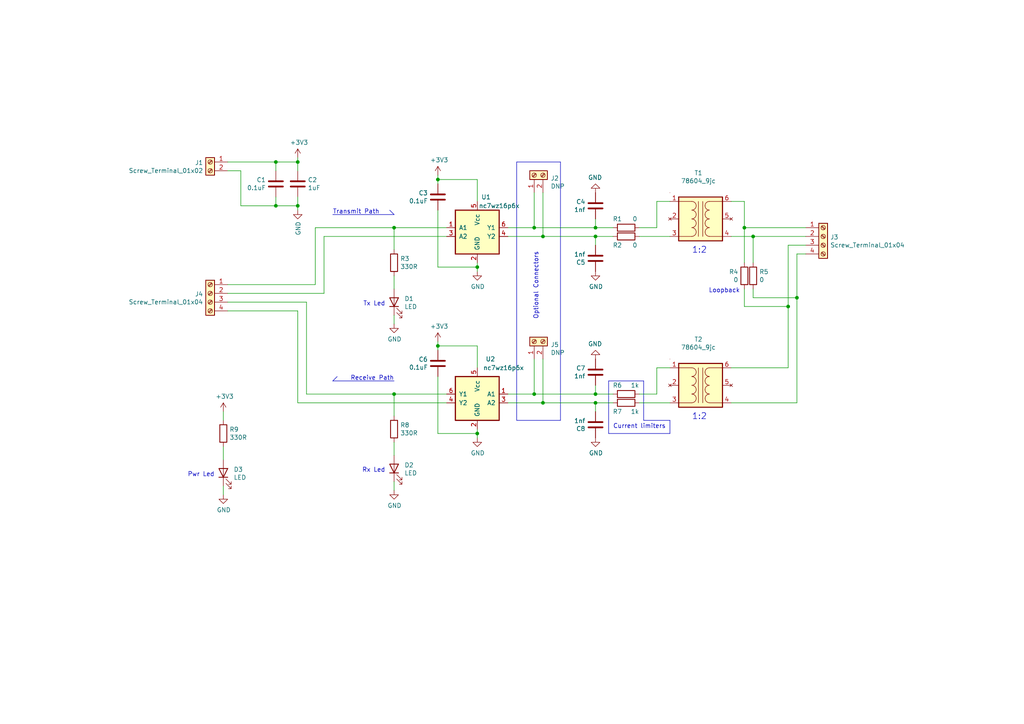
<source format=kicad_sch>
(kicad_sch (version 20230121) (generator eeschema)
  (paper "A4")
  (title_block (title "STD-MIL-1553 Glasgow Addon") (date "2020-06-12") (rev "r0.1") (company "OSHW") (comment 2 "Will Caruana") (comment 3 "Kevin Neubauek") (comment 4 "Greg Davill"))
  (lib_symbols
    (symbol "1553:78604_9jc" (pin_names (offset 1.016))
      (property "Reference" "T" (at -1.27 11.43 0))
      (property "Value" "78604_9jc" (at -1.27 8.89 0))
      (symbol "78604_9jc_0_1"
        (rectangle (start -8.89 7.62) (end -8.89 7.62))
        (rectangle (start -6.35 6.35) (end 6.35 -6.35) (stroke (width 0.3302)) (fill (type background)))
        (polyline (pts (xy -6.35 -5.08) (xy -2.54 -5.08)))
        (polyline (pts (xy -6.35 5.08) (xy -2.54 5.08)))
        (polyline (pts (xy 2.54 -5.08) (xy 6.35 -5.08)))
        (polyline (pts (xy 2.54 5.08) (xy 6.35 5.08)))
      )
      (symbol "78604_9jc_1_1"
        (arc (start -2.54 -5.0546) (mid -1.6599 -4.6901) (end -1.27 -3.81))
        (arc (start -2.54 -2.5146) (mid -1.6599 -2.1501) (end -1.27 -1.27))
        (arc (start -2.54 0.0254) (mid -1.6599 0.3899) (end -1.27 1.27))
        (arc (start -2.54 2.5654) (mid -1.6599 2.9299) (end -1.27 3.81))
        (arc (start -1.27 -3.81) (mid -1.642 -2.912) (end -2.54 -2.54))
        (arc (start -1.27 -1.27) (mid -1.642 -0.372) (end -2.54 0))
        (arc (start -1.27 1.27) (mid -1.642 2.168) (end -2.54 2.54))
        (arc (start -1.27 3.81) (mid -1.642 4.708) (end -2.54 5.08))
        (polyline (pts (xy -0.635 5.08) (xy -0.635 -5.08)))
        (polyline (pts (xy 0.635 -5.08) (xy 0.635 5.08)))
        (arc (start 1.2954 -1.27) (mid 1.6599 -2.1501) (end 2.54 -2.5146))
        (arc (start 1.2954 1.27) (mid 1.6599 0.3899) (end 2.54 0.0254))
        (arc (start 1.2954 3.81) (mid 1.6599 2.9299) (end 2.54 2.5654))
        (arc (start 1.3208 -3.81) (mid 1.6853 -4.6901) (end 2.5654 -5.0546))
        (arc (start 2.54 0) (mid 1.642 -0.372) (end 1.2954 -1.27))
        (arc (start 2.54 2.54) (mid 1.642 2.168) (end 1.2954 1.27))
        (arc (start 2.54 5.08) (mid 1.642 4.708) (end 1.2954 3.81))
        (arc (start 2.5654 -2.54) (mid 1.6674 -2.912) (end 1.3208 -3.81))
        (pin bidirectional line (at -8.89 5.08 0) (length 2.54) (name "~") (number "1"))
        (pin no_connect line (at -8.89 0 0) (length 2.54) (name "~") (number "2"))
        (pin bidirectional line (at -8.89 -5.08 0) (length 2.54) (name "~") (number "3"))
        (pin bidirectional line (at 8.89 -5.08 180) (length 2.54) (name "~") (number "4"))
        (pin no_connect line (at 8.89 0 180) (length 2.54) (name "~") (number "5"))
        (pin bidirectional line (at 8.89 5.08 180) (length 2.54) (name "~") (number "6"))
      )
    )
    (symbol "1553:nc7wz16p6x" (pin_names (offset 1.016))
      (property "Reference" "U" (at 2.54 11.43 0))
      (property "Value" "nc7wz16p6x" (at 7.62 10.16 0))
      (symbol "nc7wz16p6x_0_1"
        (rectangle (start -6.35 6.35) (end 6.35 -6.35) (stroke (width 0.3556)) (fill (type background)))
      )
      (symbol "nc7wz16p6x_1_1"
        (pin bidirectional line (at -8.89 1.27 0) (length 2.54) (name "A1") (number "1"))
        (pin bidirectional line (at 0 -8.89 90) (length 2.54) (name "GND") (number "2"))
        (pin bidirectional line (at -8.89 -1.27 0) (length 2.54) (name "A2") (number "3"))
        (pin bidirectional line (at 8.89 -1.27 180) (length 2.54) (name "Y2") (number "4"))
        (pin bidirectional line (at 0 8.89 270) (length 2.54) (name "Vcc") (number "5"))
        (pin bidirectional line (at 8.89 1.27 180) (length 2.54) (name "Y1") (number "6"))
      )
    )
    (symbol "Connector:Screw_Terminal_01x02" (pin_names (offset 1.016) hide)
      (property "Reference" "J" (at 0 2.54 0))
      (property "Value" "Screw_Terminal_01x02" (at 0 -5.08 0))
      (symbol "Screw_Terminal_01x02_1_1"
        (rectangle (start -1.27 1.27) (end 1.27 -3.81) (stroke (width 0.254)) (fill (type background)))
        (circle (center 0 -2.54) (radius 0.635) (stroke (width 0.1524)))
        (polyline (pts (xy -0.5334 -2.2098) (xy 0.3302 -3.048)) (stroke (width 0.1524)))
        (polyline (pts (xy -0.5334 0.3302) (xy 0.3302 -0.508)) (stroke (width 0.1524)))
        (polyline (pts (xy -0.3556 -2.032) (xy 0.508 -2.8702)) (stroke (width 0.1524)))
        (polyline (pts (xy -0.3556 0.508) (xy 0.508 -0.3302)) (stroke (width 0.1524)))
        (circle (center 0 0) (radius 0.635) (stroke (width 0.1524)))
        (pin passive line (at -5.08 0 0) (length 3.81) (name "Pin_1") (number "1"))
        (pin passive line (at -5.08 -2.54 0) (length 3.81) (name "Pin_2") (number "2"))
      )
    )
    (symbol "Connector:Screw_Terminal_01x04" (pin_names (offset 1.016) hide)
      (property "Reference" "J" (at 0 5.08 0))
      (property "Value" "Screw_Terminal_01x04" (at 0 -7.62 0))
      (symbol "Screw_Terminal_01x04_1_1"
        (rectangle (start -1.27 3.81) (end 1.27 -6.35) (stroke (width 0.254)) (fill (type background)))
        (circle (center 0 -5.08) (radius 0.635) (stroke (width 0.1524)))
        (circle (center 0 -2.54) (radius 0.635) (stroke (width 0.1524)))
        (polyline (pts (xy -0.5334 -4.7498) (xy 0.3302 -5.588)) (stroke (width 0.1524)))
        (polyline (pts (xy -0.5334 -2.2098) (xy 0.3302 -3.048)) (stroke (width 0.1524)))
        (polyline (pts (xy -0.5334 0.3302) (xy 0.3302 -0.508)) (stroke (width 0.1524)))
        (polyline (pts (xy -0.5334 2.8702) (xy 0.3302 2.032)) (stroke (width 0.1524)))
        (polyline (pts (xy -0.3556 -4.572) (xy 0.508 -5.4102)) (stroke (width 0.1524)))
        (polyline (pts (xy -0.3556 -2.032) (xy 0.508 -2.8702)) (stroke (width 0.1524)))
        (polyline (pts (xy -0.3556 0.508) (xy 0.508 -0.3302)) (stroke (width 0.1524)))
        (polyline (pts (xy -0.3556 3.048) (xy 0.508 2.2098)) (stroke (width 0.1524)))
        (circle (center 0 0) (radius 0.635) (stroke (width 0.1524)))
        (circle (center 0 2.54) (radius 0.635) (stroke (width 0.1524)))
        (pin passive line (at -5.08 2.54 0) (length 3.81) (name "Pin_1") (number "1"))
        (pin passive line (at -5.08 0 0) (length 3.81) (name "Pin_2") (number "2"))
        (pin passive line (at -5.08 -2.54 0) (length 3.81) (name "Pin_3") (number "3"))
        (pin passive line (at -5.08 -5.08 0) (length 3.81) (name "Pin_4") (number "4"))
      )
    )
    (symbol "Device:C" (pin_numbers hide) (pin_names (offset 0.254))
      (property "Reference" "C" (at 0.635 2.54 0))
      (property "Value" "C" (at 0.635 -2.54 0))
      (symbol "C_0_1"
        (polyline (pts (xy -2.032 -0.762) (xy 2.032 -0.762)) (stroke (width 0.508)))
        (polyline (pts (xy -2.032 0.762) (xy 2.032 0.762)) (stroke (width 0.508)))
      )
      (symbol "C_1_1"
        (pin passive line (at 0 3.81 270) (length 2.794) (name "~") (number "1"))
        (pin passive line (at 0 -3.81 90) (length 2.794) (name "~") (number "2"))
      )
    )
    (symbol "Device:LED" (pin_numbers hide) (pin_names (offset 1.016) hide)
      (property "Reference" "D" (at 0 2.54 0))
      (property "Value" "LED" (at 0 -2.54 0))
      (symbol "LED_0_1"
        (polyline (pts (xy -1.27 -1.27) (xy -1.27 1.27)) (stroke (width 0.254)))
        (polyline (pts (xy -1.27 0) (xy 1.27 0)))
        (polyline (pts (xy 1.27 -1.27) (xy 1.27 1.27) (xy -1.27 0) (xy 1.27 -1.27)) (stroke (width 0.254)))
        (polyline (pts (xy -3.048 -0.762) (xy -4.572 -2.286) (xy -3.81 -2.286) (xy -4.572 -2.286) (xy -4.572 -1.524)))
        (polyline (pts (xy -1.778 -0.762) (xy -3.302 -2.286) (xy -2.54 -2.286) (xy -3.302 -2.286) (xy -3.302 -1.524)))
      )
      (symbol "LED_1_1"
        (pin passive line (at -3.81 0 0) (length 2.54) (name "K") (number "1"))
        (pin passive line (at 3.81 0 180) (length 2.54) (name "A") (number "2"))
      )
    )
    (symbol "Device:R" (pin_numbers hide) (pin_names (offset 0))
      (property "Reference" "R" (at 2.032 0 90))
      (property "Value" "R" (at 0 0 90))
      (symbol "R_0_1"
        (rectangle (start -1.016 -2.54) (end 1.016 2.54) (stroke (width 0.254)))
      )
      (symbol "R_1_1"
        (pin passive line (at 0 3.81 270) (length 1.27) (name "~") (number "1"))
        (pin passive line (at 0 -3.81 90) (length 1.27) (name "~") (number "2"))
      )
    )
    (symbol "power:+3V3" (power) (pin_names (offset 0))
      (property "Value" "+3V3" (at 0 3.556 0))
      (symbol "+3V3_0_1"
        (polyline (pts (xy -0.762 1.27) (xy 0 2.54)))
        (polyline (pts (xy 0 0) (xy 0 2.54)))
        (polyline (pts (xy 0 2.54) (xy 0.762 1.27)))
      )
      (symbol "+3V3_1_1"
        (pin power_in line (at 0 0 90) (length 0) hide (name "+3V3") (number "1"))
      )
    )
    (symbol "power:GND" (power) (pin_names (offset 0))
      (property "Value" "GND" (at 0 -3.81 0))
      (symbol "GND_0_1"
        (polyline (pts (xy 0 0) (xy 0 -1.27) (xy 1.27 -1.27) (xy 0 -2.54) (xy -1.27 -1.27) (xy 0 -1.27)))
      )
      (symbol "GND_1_1"
        (pin power_in line (at 0 0 270) (length 0) hide (name "GND") (number "1"))
      )
    )
  )
  (junction (at 157.48 68.58))
  (junction (at 80.01 59.69))
  (junction (at 231.14 86.36))
  (junction (at 154.94 114.3))
  (junction (at 114.3 114.3))
  (junction (at 114.3 66.04))
  (junction (at 157.48 116.84))
  (junction (at 172.72 68.58))
  (junction (at 86.36 46.99))
  (junction (at 215.9 66.04))
  (junction (at 218.44 68.58))
  (junction (at 172.72 114.3))
  (junction (at 127 52.07))
  (junction (at 138.43 125.73))
  (junction (at 86.36 59.69))
  (junction (at 228.6 88.9))
  (junction (at 138.43 77.47))
  (junction (at 80.01 46.99))
  (junction (at 172.72 66.04))
  (junction (at 172.72 116.84))
  (junction (at 127 100.33))
  (junction (at 154.94 66.04))
  (polyline (pts (xy 186.69 110.49) (xy 176.53 110.49)))
  (wire (pts (xy 66.04 46.99) (xy 80.01 46.99)))
  (wire (pts (xy 157.48 116.84) (xy 147.32 116.84)))
  (wire (pts (xy 231.14 116.84) (xy 212.09 116.84)))
  (wire (pts (xy 190.5 114.3) (xy 185.42 114.3)))
  (wire (pts (xy 64.77 143.51) (xy 64.77 140.97)))
  (wire (pts (xy 114.3 93.98) (xy 114.3 91.44)))
  (wire (pts (xy 127 52.07) (xy 127 50.8)))
  (wire (pts (xy 127 125.73) (xy 138.43 125.73)))
  (wire (pts (xy 190.5 58.42) (xy 190.5 66.04)))
  (wire (pts (xy 93.98 68.58) (xy 129.54 68.58)))
  (wire (pts (xy 80.01 59.69) (xy 86.36 59.69)))
  (wire (pts (xy 215.9 76.2) (xy 215.9 66.04)))
  (wire (pts (xy 69.85 49.53) (xy 66.04 49.53)))
  (wire (pts (xy 80.01 46.99) (xy 86.36 46.99)))
  (wire (pts (xy 127 60.96) (xy 127 77.47)))
  (wire (pts (xy 127 101.6) (xy 127 100.33)))
  (wire (pts (xy 138.43 127) (xy 138.43 125.73)))
  (wire (pts (xy 212.09 106.68) (xy 228.6 106.68)))
  (wire (pts (xy 172.72 66.04) (xy 177.8 66.04)))
  (wire (pts (xy 185.42 116.84) (xy 194.31 116.84)))
  (wire (pts (xy 172.72 114.3) (xy 177.8 114.3)))
  (wire (pts (xy 218.44 76.2) (xy 218.44 68.58)))
  (polyline (pts (xy 114.3 62.23) (xy 113.03 60.96)))
  (wire (pts (xy 114.3 132.08) (xy 114.3 128.27)))
  (wire (pts (xy 185.42 68.58) (xy 194.31 68.58)))
  (wire (pts (xy 147.32 66.04) (xy 154.94 66.04)))
  (wire (pts (xy 80.01 49.53) (xy 80.01 46.99)))
  (wire (pts (xy 154.94 55.88) (xy 154.94 66.04)))
  (polyline (pts (xy 149.86 46.99) (xy 149.86 121.92)))
  (wire (pts (xy 172.72 63.5) (xy 172.72 66.04)))
  (wire (pts (xy 69.85 59.69) (xy 69.85 49.53)))
  (wire (pts (xy 172.72 116.84) (xy 157.48 116.84)))
  (wire (pts (xy 86.36 49.53) (xy 86.36 46.99)))
  (wire (pts (xy 127 100.33) (xy 138.43 100.33)))
  (wire (pts (xy 194.31 106.68) (xy 190.5 106.68)))
  (wire (pts (xy 215.9 88.9) (xy 228.6 88.9)))
  (wire (pts (xy 228.6 71.12) (xy 233.68 71.12)))
  (wire (pts (xy 194.31 58.42) (xy 190.5 58.42)))
  (wire (pts (xy 231.14 73.66) (xy 231.14 86.36)))
  (wire (pts (xy 218.44 68.58) (xy 212.09 68.58)))
  (wire (pts (xy 127 52.07) (xy 138.43 52.07)))
  (wire (pts (xy 80.01 59.69) (xy 69.85 59.69)))
  (polyline (pts (xy 176.53 110.49) (xy 176.53 125.73)))
  (wire (pts (xy 64.77 121.92) (xy 64.77 119.38)))
  (wire (pts (xy 154.94 66.04) (xy 172.72 66.04)))
  (wire (pts (xy 138.43 78.74) (xy 138.43 77.47)))
  (wire (pts (xy 154.94 104.14) (xy 154.94 114.3)))
  (wire (pts (xy 172.72 71.12) (xy 172.72 68.58)))
  (wire (pts (xy 91.44 82.55) (xy 91.44 66.04)))
  (wire (pts (xy 127 109.22) (xy 127 125.73)))
  (wire (pts (xy 114.3 83.82) (xy 114.3 80.01)))
  (wire (pts (xy 88.9 114.3) (xy 88.9 87.63)))
  (polyline (pts (xy 162.56 121.92) (xy 162.56 46.99)))
  (wire (pts (xy 231.14 86.36) (xy 231.14 116.84)))
  (polyline (pts (xy 194.31 121.92) (xy 186.69 121.92)))
  (wire (pts (xy 66.04 85.09) (xy 93.98 85.09)))
  (wire (pts (xy 91.44 66.04) (xy 114.3 66.04)))
  (polyline (pts (xy 96.52 110.49) (xy 97.79 109.22)))
  (wire (pts (xy 127 100.33) (xy 127 99.06)))
  (wire (pts (xy 86.36 116.84) (xy 86.36 90.17)))
  (wire (pts (xy 114.3 72.39) (xy 114.3 66.04)))
  (wire (pts (xy 177.8 68.58) (xy 172.72 68.58)))
  (wire (pts (xy 86.36 57.15) (xy 86.36 59.69)))
  (wire (pts (xy 177.8 116.84) (xy 172.72 116.84)))
  (polyline (pts (xy 176.53 125.73) (xy 194.31 125.73)))
  (wire (pts (xy 215.9 58.42) (xy 215.9 66.04)))
  (wire (pts (xy 114.3 114.3) (xy 129.54 114.3)))
  (wire (pts (xy 157.48 55.88) (xy 157.48 68.58)))
  (wire (pts (xy 88.9 114.3) (xy 114.3 114.3)))
  (wire (pts (xy 147.32 114.3) (xy 154.94 114.3)))
  (wire (pts (xy 228.6 106.68) (xy 228.6 88.9)))
  (wire (pts (xy 127 53.34) (xy 127 52.07)))
  (wire (pts (xy 80.01 57.15) (xy 80.01 59.69)))
  (wire (pts (xy 190.5 66.04) (xy 185.42 66.04)))
  (polyline (pts (xy 194.31 125.73) (xy 194.31 121.92)))
  (polyline (pts (xy 114.3 110.49) (xy 96.52 110.49)))
  (wire (pts (xy 215.9 66.04) (xy 233.68 66.04)))
  (wire (pts (xy 138.43 77.47) (xy 138.43 76.2)))
  (wire (pts (xy 172.72 119.38) (xy 172.72 116.84)))
  (wire (pts (xy 114.3 120.65) (xy 114.3 114.3)))
  (wire (pts (xy 86.36 116.84) (xy 129.54 116.84)))
  (wire (pts (xy 88.9 87.63) (xy 66.04 87.63)))
  (wire (pts (xy 172.72 68.58) (xy 157.48 68.58)))
  (wire (pts (xy 93.98 85.09) (xy 93.98 68.58)))
  (wire (pts (xy 215.9 83.82) (xy 215.9 88.9)))
  (wire (pts (xy 190.5 106.68) (xy 190.5 114.3)))
  (wire (pts (xy 138.43 125.73) (xy 138.43 124.46)))
  (wire (pts (xy 86.36 46.99) (xy 86.36 45.72)))
  (wire (pts (xy 218.44 86.36) (xy 231.14 86.36)))
  (wire (pts (xy 86.36 59.69) (xy 86.36 60.96)))
  (wire (pts (xy 233.68 68.58) (xy 218.44 68.58)))
  (wire (pts (xy 129.54 66.04) (xy 114.3 66.04)))
  (wire (pts (xy 212.09 58.42) (xy 215.9 58.42)))
  (wire (pts (xy 64.77 133.35) (xy 64.77 129.54)))
  (wire (pts (xy 157.48 104.14) (xy 157.48 116.84)))
  (wire (pts (xy 86.36 90.17) (xy 66.04 90.17)))
  (wire (pts (xy 127 77.47) (xy 138.43 77.47)))
  (wire (pts (xy 157.48 68.58) (xy 147.32 68.58)))
  (wire (pts (xy 154.94 114.3) (xy 172.72 114.3)))
  (polyline (pts (xy 96.52 62.23) (xy 114.3 62.23)))
  (polyline (pts (xy 162.56 46.99) (xy 149.86 46.99)))
  (wire (pts (xy 172.72 111.76) (xy 172.72 114.3)))
  (wire (pts (xy 218.44 83.82) (xy 218.44 86.36)))
  (wire (pts (xy 138.43 52.07) (xy 138.43 58.42)))
  (wire (pts (xy 228.6 88.9) (xy 228.6 71.12)))
  (wire (pts (xy 66.04 82.55) (xy 91.44 82.55)))
  (wire (pts (xy 114.3 142.24) (xy 114.3 139.7)))
  (polyline (pts (xy 149.86 121.92) (xy 162.56 121.92)))
  (wire (pts (xy 233.68 73.66) (xy 231.14 73.66)))
  (wire (pts (xy 138.43 100.33) (xy 138.43 106.68)))
  (polyline (pts (xy 186.69 121.92) (xy 186.69 110.49)))
  (text "Transmit Path" (at 96.52 62.23 0) (effects (font (size 1.27 1.27)) (justify left bottom)))
  (text "Receive Path" (at 114.3 110.49 0) (effects (font (size 1.27 1.27)) (justify right bottom)))
  (text "1:2" (at 200.66 121.92 0) (effects (font (size 1.778 1.778)) (justify left bottom)))
  (text "Current limiters" (at 177.8 124.46 0) (effects (font (size 1.27 1.27)) (justify left bottom)))
  (text "Rx Led" (at 111.76 137.16 0) (effects (font (size 1.27 1.27)) (justify right bottom)))
  (text "Loopback" (at 214.63 85.09 0) (effects (font (size 1.27 1.27)) (justify right bottom)))
  (text "Optional Connectors" (at 156.21 92.71 90) (effects (font (size 1.27 1.27)) (justify left bottom)))
  (text "Tx Led" (at 111.76 88.9 0) (effects (font (size 1.27 1.27)) (justify right bottom)))
  (text "Pwr Led" (at 62.23 138.43 0) (effects (font (size 1.27 1.27)) (justify right bottom)))
  (text "1:2" (at 200.66 73.66 0) (effects (font (size 1.778 1.778)) (justify left bottom)))
  (symbol (lib_id "Connector:Screw_Terminal_01x04") (at 238.76 68.58 0) (unit 1)
    (property "Reference" "J3" (at 240.792 68.7832 0) (effects (justify left)))
    (property "Value" "Screw_Terminal_01x04" (at 240.792 71.0946 0) (effects (justify left)))
    (property "Footprint" "TerminalBlock_TE-Connectivity:TerminalBlock_TE_282834-4_1x04_P2.54mm_Horizontal" (effects hide))
    (property "Mfg" "TE Connectivity AMP Connectors" (effects hide))
    (property "PN" "282834-4" (effects hide))
  )
  (symbol (lib_id "Device:R") (at 181.61 66.04 270) (unit 1)
    (property "Reference" "R1" (at 179.07 63.5 90))
    (property "Value" "0" (at 184.15 63.5 90))
    (property "Footprint" "Resistor_SMD:R_0603_1608Metric" (effects hide))
    (property "Mfg" "Yageo" (effects hide))
    (property "PN" "RC0603JR-070RL" (effects hide))
  )
  (symbol (lib_id "Device:R") (at 181.61 68.58 270) (unit 1)
    (property "Reference" "R2" (at 179.07 71.12 90))
    (property "Value" "0" (at 184.15 71.12 90))
    (property "Footprint" "Resistor_SMD:R_0603_1608Metric" (effects hide))
    (property "Mfg" "Yageo" (effects hide))
    (property "PN" "RC0603JR-070RL" (effects hide))
  )
  (symbol (lib_id "1553:78604_9jc") (at 203.2 63.5 0) (unit 1)
    (property "Reference" "T1" (at 202.565 50.165 0))
    (property "Value" "78604_9jc" (at 202.565 52.4764 0))
    (property "Footprint" "1553-addon:786J" (effects hide))
    (property "Mfg" "Murata Power Solutions Inc." (effects hide))
    (property "PN" "78604/9JC" (effects hide))
  )
  (symbol (lib_id "Connector:Screw_Terminal_01x04") (at 60.96 85.09 0) (mirror y) (unit 1)
    (property "Reference" "J4" (at 58.928 85.2932 0) (effects (justify left)))
    (property "Value" "Screw_Terminal_01x04" (at 58.928 87.6046 0) (effects (justify left)))
    (property "Footprint" "TerminalBlock_TE-Connectivity:TerminalBlock_TE_282834-4_1x04_P2.54mm_Horizontal" (effects hide))
    (property "Mfg" "TE Connectivity AMP Connectors" (effects hide))
    (property "PN" "282834-4" (effects hide))
  )
  (symbol (lib_id "Connector:Screw_Terminal_01x02") (at 154.94 50.8 90) (unit 1)
    (property "Reference" "J2" (at 159.7152 51.7144 90) (effects (justify right)))
    (property "Value" "DNP" (at 159.7152 54.0258 90) (effects (justify right)))
    (property "Footprint" "TerminalBlock_TE-Connectivity:TerminalBlock_TE_282834-2_1x02_P2.54mm_Horizontal" (effects hide))
    (property "Mfg" "TE Connectivity AMP Connectors" (effects hide))
    (property "PN" "282834-2" (effects hide))
  )
  (symbol (lib_id "Device:LED") (at 64.77 137.16 90) (unit 1)
    (property "Reference" "D3" (at 67.7672 136.1694 90) (effects (justify right)))
    (property "Value" "LED" (at 67.7672 138.4808 90) (effects (justify right)))
    (property "Footprint" "LED_SMD:LED_0603_1608Metric" (effects hide))
    (property "Mfg" "Lite-On Inc." (effects hide))
    (property "PN" "LTST-C191KSKT	\r" (effects hide))
  )
  (symbol (lib_id "Connector:Screw_Terminal_01x02") (at 60.96 46.99 0) (mirror y) (unit 1)
    (property "Reference" "J1" (at 58.928 47.1932 0) (effects (justify left)))
    (property "Value" "Screw_Terminal_01x02" (at 58.928 49.5046 0) (effects (justify left)))
    (property "Footprint" "TerminalBlock_TE-Connectivity:TerminalBlock_TE_282834-2_1x02_P2.54mm_Horizontal" (effects hide))
    (property "Mfg" "TE Connectivity AMP Connectors" (effects hide))
    (property "PN" "282834-2" (effects hide))
  )
  (symbol (lib_id "power:GND") (at 86.36 60.96 0) (unit 1)
    (property "Reference" "#PWR0101" (effects hide))
    (property "Value" "GND" (at 86.487 64.2112 90) (effects (justify right)))
  )
  (symbol (lib_id "Device:R") (at 64.77 125.73 180) (unit 1)
    (property "Reference" "R9" (at 66.548 124.5616 0) (effects (justify right)))
    (property "Value" "330R" (at 66.548 126.873 0) (effects (justify right)))
    (property "Footprint" "Resistor_SMD:R_0603_1608Metric" (effects hide))
    (property "Mfg" "Yageo" (effects hide))
    (property "PN" "RC0603FR-07330RL" (effects hide))
  )
  (symbol (lib_id "Device:C") (at 172.72 59.69 0) (mirror y) (unit 1)
    (property "Reference" "C4" (at 169.799 58.5216 0) (effects (justify left)))
    (property "Value" "1nf" (at 169.799 60.833 0) (effects (justify left)))
    (property "Footprint" "Capacitor_SMD:C_0603_1608Metric" (effects hide))
    (property "Mfg" "Yageo" (effects hide))
    (property "PN" "CC0603JRNPO9BN102" (effects hide))
  )
  (symbol (lib_id "Device:C") (at 172.72 74.93 180) (unit 1)
    (property "Reference" "C5" (at 169.799 76.0984 0) (effects (justify left)))
    (property "Value" "1nf" (at 169.799 73.787 0) (effects (justify left)))
    (property "Footprint" "Capacitor_SMD:C_0603_1608Metric" (effects hide))
    (property "Mfg" "Yageo" (effects hide))
    (property "PN" "CC0603JRNPO9BN102" (effects hide))
  )
  (symbol (lib_id "power:GND") (at 172.72 78.74 0) (unit 1)
    (property "Reference" "#PWR0102" (effects hide))
    (property "Value" "GND" (at 172.847 83.1342 0))
  )
  (symbol (lib_id "power:GND") (at 172.72 55.88 180) (unit 1)
    (property "Reference" "#PWR0103" (effects hide))
    (property "Value" "GND" (at 172.593 51.4858 0))
  )
  (symbol (lib_id "Device:R") (at 181.61 114.3 270) (unit 1)
    (property "Reference" "R6" (at 179.07 111.76 90))
    (property "Value" "1k" (at 184.15 111.76 90))
    (property "Footprint" "Resistor_SMD:R_0603_1608Metric" (effects hide))
    (property "Mfg" "Yageo" (effects hide))
    (property "PN" "RC0603JR-071KL" (effects hide))
  )
  (symbol (lib_id "Device:R") (at 181.61 116.84 270) (unit 1)
    (property "Reference" "R7" (at 179.07 119.38 90))
    (property "Value" "1k" (at 184.15 119.38 90))
    (property "Footprint" "Resistor_SMD:R_0603_1608Metric" (effects hide))
    (property "Mfg" "Yageo" (effects hide))
    (property "PN" "RC0603JR-071KL" (effects hide))
  )
  (symbol (lib_id "Connector:Screw_Terminal_01x02") (at 154.94 99.06 90) (unit 1)
    (property "Reference" "J5" (at 159.7152 99.9744 90) (effects (justify right)))
    (property "Value" "DNP" (at 159.7152 102.2858 90) (effects (justify right)))
    (property "Footprint" "TerminalBlock_TE-Connectivity:TerminalBlock_TE_282834-2_1x02_P2.54mm_Horizontal" (effects hide))
    (property "Mfg" "TE Connectivity AMP Connectors" (effects hide))
    (property "PN" "282834-2" (effects hide))
  )
  (symbol (lib_id "1553:78604_9jc") (at 203.2 111.76 0) (unit 1)
    (property "Reference" "T2" (at 202.565 98.425 0))
    (property "Value" "78604_9jc" (at 202.565 100.7364 0))
    (property "Footprint" "1553-addon:786J" (effects hide))
    (property "Mfg" "Murata Power Solutions Inc." (effects hide))
    (property "PN" "78604/9JC" (effects hide))
  )
  (symbol (lib_id "1553:nc7wz16p6x") (at 138.43 115.57 0) (mirror y) (unit 1)
    (property "Reference" "U2" (at 142.24 104.14 0))
    (property "Value" "nc7wz16p6x" (at 146.05 106.68 0))
    (property "Footprint" "Package_TO_SOT_SMD:SOT-363_SC-70-6" (effects hide))
    (property "Mfg" "ON Semiconductor" (effects hide))
    (property "PN" "NC7WZ16P6X" (effects hide))
  )
  (symbol (lib_id "power:GND") (at 138.43 127 0) (unit 1)
    (property "Reference" "#PWR0104" (effects hide))
    (property "Value" "GND" (at 138.557 131.3942 0))
  )
  (symbol (lib_id "Device:C") (at 172.72 107.95 0) (mirror y) (unit 1)
    (property "Reference" "C7" (at 169.799 106.7816 0) (effects (justify left)))
    (property "Value" "1nf" (at 169.799 109.093 0) (effects (justify left)))
    (property "Footprint" "Capacitor_SMD:C_0603_1608Metric" (effects hide))
    (property "Mfg" "Yageo" (effects hide))
    (property "PN" "CC0603JRNPO9BN102" (effects hide))
  )
  (symbol (lib_id "power:GND") (at 172.72 127 0) (unit 1)
    (property "Reference" "#PWR0105" (effects hide))
    (property "Value" "GND" (at 172.847 131.3942 0))
  )
  (symbol (lib_id "power:GND") (at 172.72 104.14 180) (unit 1)
    (property "Reference" "#PWR0106" (effects hide))
    (property "Value" "GND" (at 172.593 99.7458 0))
  )
  (symbol (lib_id "Device:C") (at 172.72 123.19 180) (unit 1)
    (property "Reference" "C8" (at 169.799 124.3584 0) (effects (justify left)))
    (property "Value" "1nf" (at 169.799 122.047 0) (effects (justify left)))
    (property "Footprint" "Capacitor_SMD:C_0603_1608Metric" (effects hide))
    (property "Mfg" "Yageo" (effects hide))
    (property "PN" "CC0603JRNPO9BN102" (effects hide))
  )
  (symbol (lib_id "power:GND") (at 64.77 143.51 0) (unit 1)
    (property "Reference" "#PWR0107" (effects hide))
    (property "Value" "GND" (at 64.897 147.9042 0))
  )
  (symbol (lib_id "power:+3V3") (at 127 99.06 0) (unit 1)
    (property "Reference" "#PWR0108" (effects hide))
    (property "Value" "+3V3" (at 127.381 94.6658 0))
  )
  (symbol (lib_id "Device:C") (at 127 105.41 0) (unit 1)
    (property "Reference" "C6" (at 124.1044 104.2416 0) (effects (justify right)))
    (property "Value" "0.1uF" (at 124.1044 106.553 0) (effects (justify right)))
    (property "Footprint" "Capacitor_SMD:C_0603_1608Metric" (effects hide))
    (property "Mfg" "Yageo" (effects hide))
    (property "PN" "CC0603ZRY5V9BB104" (effects hide))
  )
  (symbol (lib_id "1553:nc7wz16p6x") (at 138.43 67.31 0) (unit 1)
    (property "Reference" "U1" (at 140.97 57.15 0))
    (property "Value" "nc7wz16p6x" (at 144.78 59.69 0))
    (property "Footprint" "Package_TO_SOT_SMD:SOT-363_SC-70-6" (effects hide))
    (property "Mfg" "ON Semiconductor" (effects hide))
    (property "PN" "NC7WZ16P6X" (effects hide))
  )
  (symbol (lib_id "power:GND") (at 138.43 78.74 0) (unit 1)
    (property "Reference" "#PWR0109" (effects hide))
    (property "Value" "GND" (at 138.557 83.1342 0))
  )
  (symbol (lib_id "power:+3V3") (at 127 50.8 0) (unit 1)
    (property "Reference" "#PWR0110" (effects hide))
    (property "Value" "+3V3" (at 127.381 46.4058 0))
  )
  (symbol (lib_id "Device:C") (at 127 57.15 0) (unit 1)
    (property "Reference" "C3" (at 124.1044 55.9816 0) (effects (justify right)))
    (property "Value" "0.1uF" (at 124.1044 58.293 0) (effects (justify right)))
    (property "Footprint" "Capacitor_SMD:C_0603_1608Metric" (effects hide))
    (property "Mfg" "Yageo" (effects hide))
    (property "PN" "CC0603ZRY5V9BB104" (effects hide))
  )
  (symbol (lib_id "power:+3V3") (at 64.77 119.38 0) (unit 1)
    (property "Reference" "#PWR0111" (effects hide))
    (property "Value" "+3V3" (at 65.151 114.9858 0))
  )
  (symbol (lib_id "Device:LED") (at 114.3 135.89 90) (unit 1)
    (property "Reference" "D2" (at 117.2972 134.8994 90) (effects (justify right)))
    (property "Value" "LED" (at 117.2972 137.2108 90) (effects (justify right)))
    (property "Footprint" "LED_SMD:LED_0603_1608Metric" (effects hide))
    (property "Mfg" "Lite-On Inc." (effects hide))
    (property "PN" "LTST-C191KSKT	\r" (effects hide))
  )
  (symbol (lib_id "Device:R") (at 114.3 124.46 180) (unit 1)
    (property "Reference" "R8" (at 116.078 123.2916 0) (effects (justify right)))
    (property "Value" "330R" (at 116.078 125.603 0) (effects (justify right)))
    (property "Footprint" "Resistor_SMD:R_0603_1608Metric" (effects hide))
    (property "Mfg" "Yageo" (effects hide))
    (property "PN" "RC0603FR-07330RL" (effects hide))
  )
  (symbol (lib_id "Device:LED") (at 114.3 87.63 90) (unit 1)
    (property "Reference" "D1" (at 117.2972 86.6394 90) (effects (justify right)))
    (property "Value" "LED" (at 117.2972 88.9508 90) (effects (justify right)))
    (property "Footprint" "LED_SMD:LED_0603_1608Metric" (effects hide))
    (property "Mfg" "Lite-On Inc." (effects hide))
    (property "PN" "LTST-C191KSKT	\r" (effects hide))
  )
  (symbol (lib_id "Device:R") (at 114.3 76.2 180) (unit 1)
    (property "Reference" "R3" (at 116.078 75.0316 0) (effects (justify right)))
    (property "Value" "330R" (at 116.078 77.343 0) (effects (justify right)))
    (property "Footprint" "Resistor_SMD:R_0603_1608Metric" (effects hide))
    (property "Mfg" "Yageo" (effects hide))
    (property "PN" "RC0603FR-07330RL" (effects hide))
  )
  (symbol (lib_id "power:GND") (at 114.3 142.24 0) (unit 1)
    (property "Reference" "#PWR0112" (effects hide))
    (property "Value" "GND" (at 114.427 146.6342 0))
  )
  (symbol (lib_id "power:GND") (at 114.3 93.98 0) (unit 1)
    (property "Reference" "#PWR0113" (effects hide))
    (property "Value" "GND" (at 114.427 98.3742 0))
  )
  (symbol (lib_id "Device:C") (at 80.01 53.34 0) (unit 1)
    (property "Reference" "C1" (at 77.1144 52.1716 0) (effects (justify right)))
    (property "Value" "0.1uF" (at 77.1144 54.483 0) (effects (justify right)))
    (property "Footprint" "Capacitor_SMD:C_0603_1608Metric" (effects hide))
    (property "Mfg" "Yageo" (effects hide))
    (property "PN" "CC0603ZRY5V9BB104" (effects hide))
  )
  (symbol (lib_id "Device:C") (at 86.36 53.34 0) (unit 1)
    (property "Reference" "C2" (at 89.281 52.1716 0) (effects (justify left)))
    (property "Value" "1uF" (at 89.281 54.483 0) (effects (justify left)))
    (property "Footprint" "Capacitor_SMD:C_0603_1608Metric" (effects hide))
    (property "Mfg" "Yageo" (effects hide))
    (property "PN" "CC0603ZRY5V7BB105" (effects hide))
  )
  (symbol (lib_id "power:+3V3") (at 86.36 45.72 0) (unit 1)
    (property "Reference" "#PWR0114" (effects hide))
    (property "Value" "+3V3" (at 86.741 41.3258 0))
  )
  (symbol (lib_id "Device:R") (at 215.9 80.01 0) (unit 1)
    (property "Reference" "R4" (at 214.1474 78.8416 0) (effects (justify right)))
    (property "Value" "0" (at 214.1474 81.153 0) (effects (justify right)))
    (property "Footprint" "Resistor_SMD:R_0603_1608Metric" (effects hide))
    (property "Mfg" "Yageo" (effects hide))
    (property "PN" "RC0603JR-070RL" (effects hide))
  )
  (symbol (lib_id "Device:R") (at 218.44 80.01 180) (unit 1)
    (property "Reference" "R5" (at 220.218 78.8416 0) (effects (justify right)))
    (property "Value" "0" (at 220.218 81.153 0) (effects (justify right)))
    (property "Footprint" "Resistor_SMD:R_0603_1608Metric" (effects hide))
    (property "Mfg" "Yageo" (effects hide))
    (property "PN" "RC0603JR-070RL" (effects hide))
  )
)
</source>
